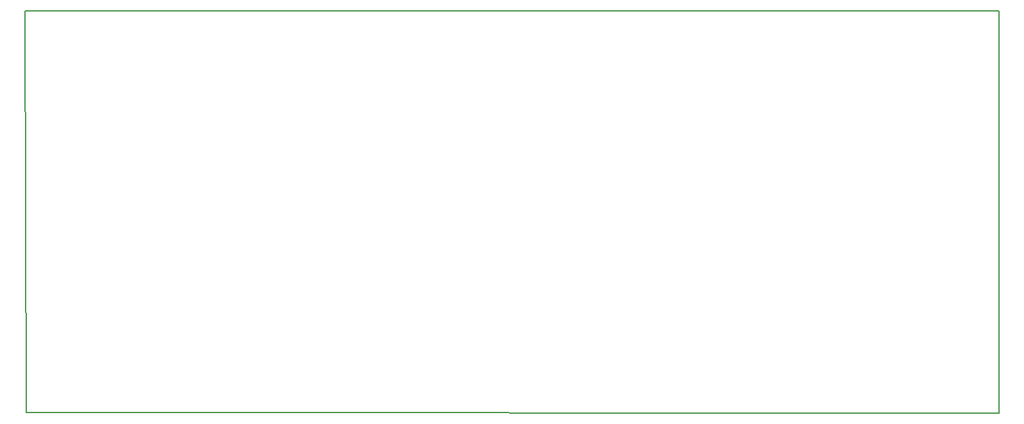
<source format=gbr>
G04 #@! TF.GenerationSoftware,KiCad,Pcbnew,7.0.9*
G04 #@! TF.CreationDate,2024-01-20T08:56:30+10:00*
G04 #@! TF.ProjectId,INSTRUMENTS_CONTROLLER,494e5354-5255-44d4-954e-54535f434f4e,rev?*
G04 #@! TF.SameCoordinates,Original*
G04 #@! TF.FileFunction,Profile,NP*
%FSLAX46Y46*%
G04 Gerber Fmt 4.6, Leading zero omitted, Abs format (unit mm)*
G04 Created by KiCad (PCBNEW 7.0.9) date 2024-01-20 08:56:30*
%MOMM*%
%LPD*%
G01*
G04 APERTURE LIST*
G04 #@! TA.AperFunction,Profile*
%ADD10C,0.150000*%
G04 #@! TD*
G04 APERTURE END LIST*
D10*
X124991000Y-121516000D02*
X253650000Y-121650000D01*
X124841000Y-68326000D02*
X253650000Y-68334000D01*
X253650000Y-121650000D02*
X253650000Y-68334000D01*
X124841000Y-68326000D02*
X124991000Y-121516000D01*
M02*

</source>
